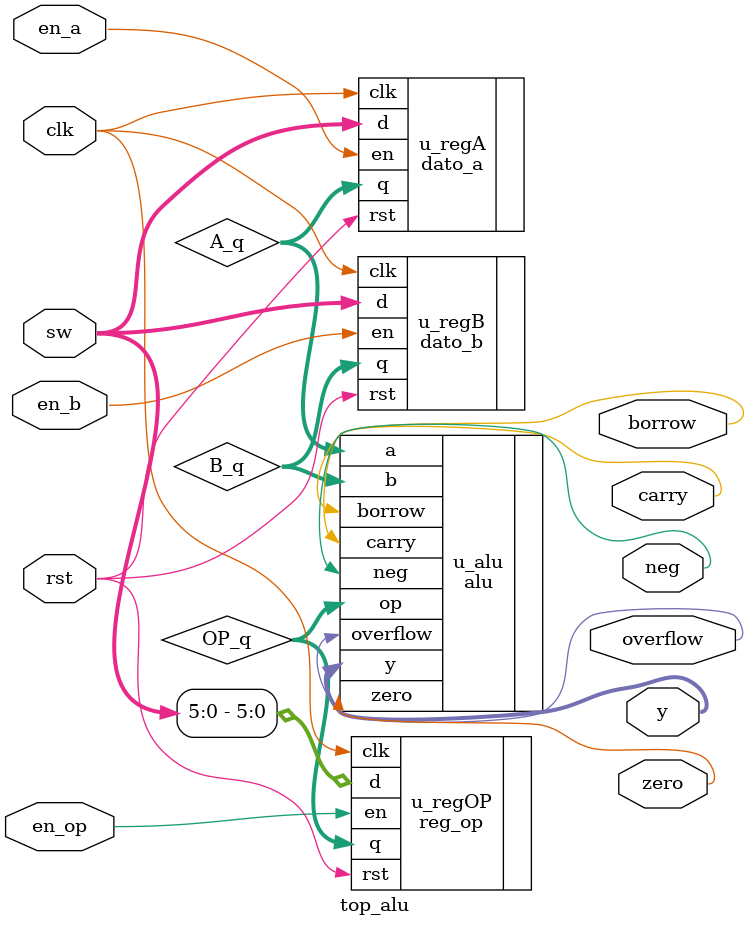
<source format=v>
`timescale 1ns/1ps

module top_alu(
    input  wire        clk,
    input  wire        rst,       // activo-alto

    // Enables de carga
    input  wire        en_a,
    input  wire        en_b,
    input  wire        en_op,

    // Único bus de switches
    input  wire [7:0]  sw,
    

    // Salidas de la ALU
    output wire [7:0]  y,
    output wire        carry,
    output wire        borrow,
    output wire        overflow,
    output wire        zero,
    output wire        neg
);

    wire [7:0] A_q;
    wire [7:0] B_q;
    wire [5:0] OP_q;

    // -------- Registros de entrada (tus módulos) --------
    dato_a u_regA (
        .clk(clk),
        .rst(rst),
        .en (en_a),
        .d  (sw),        // 8 bits completos desde el mismo bus
        .q  (A_q)
    );

    dato_b u_regB (
        .clk(clk),
        .rst(rst),
        .en (en_b),
        .d  (sw),        // 8 bits completos desde el mismo bus
        .q  (B_q)
    );

    reg_op u_regOP (
        .clk(clk),
        .rst(rst),
        .en (en_op),
        .d  (sw[5:0]),   // SOLO 6 LSB para el opcode
        .q  (OP_q)
    );

    alu #(
        .w  (8),
        .wop(6)
    ) u_alu (
        .a       (A_q),
        .b       (B_q),
        .op      (OP_q),
        .y       (y),
        .carry   (carry),
        .borrow  (borrow),
        .overflow(overflow),
        .zero    (zero),
        .neg     (neg)
    );
endmodule
</source>
